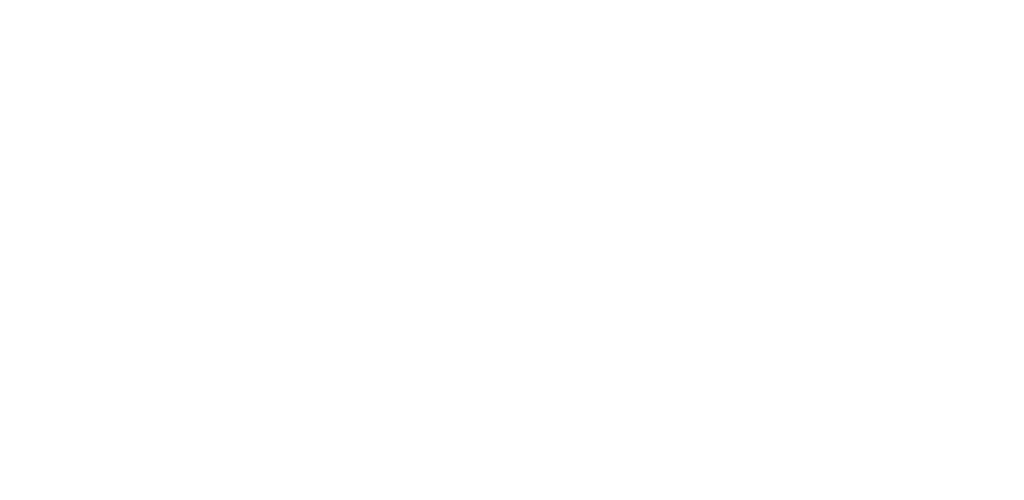
<source format=kicad_pcb>
(kicad_pcb (version 20240108) (generator "pcbnew") (generator_version "8.0")
  (title_block (date "2024-04-13") (rev "${REVISION}") (company "${COMPANY}"))
  (layers (0 "F.Cu" signal "L1 (Sig, PWR)") (1 "In1.Cu" power "L2 (GND)") (2 "In2.Cu" signal "L3 (Sig, PWR)") (31 "B.Cu" signal "L6 (Sig, PWR)") (34 "B.Paste" user) (35 "F.Paste" user) (36 "B.SilkS" user "B.Silkscreen") (37 "F.SilkS" user "F.Silkscreen") (38 "B.Mask" user) (39 "F.Mask" user) (44 "Edge.Cuts" user))
  (property "ASSEMBLY_NOTES" "ASSEMBLY NOTES")
  (property "BOARD_NAME" "Board Name")
  (property "COMPANY" "Company")
  (property "DESIGNER" "Author")
  (property "FABRICATION_NOTES" "FABRICATION NOTES")
  (property "GIT_HASH_PCB" "")
  (property "GIT_HASH_SCH" "")
  (property "GIT_URL" "")
  (property "PROJECT_NAME" "Project Name")
  (property "RELEASE_BODY_1.0.0" "")
  (property "RELEASE_BODY_1.0.1" "")
  (property "RELEASE_BODY_1.0.2" "")
  (property "RELEASE_BODY_1.1.0" "")
  (property "RELEASE_BODY_UNRELEASED" "")
  (property "RELEASE_DATE" "DD-MMM-YYYY")
  (property "RELEASE_DATE_NUM" "YYYY-MM-DD")
  (property "RELEASE_TITLE_1.0.0" "")
  (property "RELEASE_TITLE_1.0.1" "")
  (property "RELEASE_TITLE_1.0.2" "")
  (property "RELEASE_TITLE_1.1.0" "")
  (property "RELEASE_TITLE_UNRELEASED" "")
  (property "REVISION" "")
  (property "SHEET_NAME_1" "Cover Page")
  (property "SHEET_NAME_10" "......................................")
  (property "SHEET_NAME_11" "......................................")
  (property "SHEET_NAME_12" "......................................")
  (property "SHEET_NAME_13" "......................................")
  (property "SHEET_NAME_14" "......................................")
  (property "SHEET_NAME_15" "......................................")
  (property "SHEET_NAME_16" "......................................")
  (property "SHEET_NAME_17" "......................................")
  (property "SHEET_NAME_18" "......................................")
  (property "SHEET_NAME_19" "......................................")
  (property "SHEET_NAME_2" "Block Diagram")
  (property "SHEET_NAME_20" "......................................")
  (property "SHEET_NAME_21" "......................................")
  (property "SHEET_NAME_22" "......................................")
  (property "SHEET_NAME_23" "......................................")
  (property "SHEET_NAME_24" "......................................")
  (property "SHEET_NAME_25" "......................................")
  (property "SHEET_NAME_26" "......................................")
  (property "SHEET_NAME_27" "......................................")
  (property "SHEET_NAME_28" "......................................")
  (property "SHEET_NAME_29" "......................................")
  (property "SHEET_NAME_3" "Project Architecture")
  (property "SHEET_NAME_30" "......................................")
  (property "SHEET_NAME_31" "......................................")
  (property "SHEET_NAME_32" "......................................")
  (property "SHEET_NAME_33" "......................................")
  (property "SHEET_NAME_34" "......................................")
  (property "SHEET_NAME_35" "......................................")
  (property "SHEET_NAME_36" "......................................")
  (property "SHEET_NAME_37" "......................................")
  (property "SHEET_NAME_38" "......................................")
  (property "SHEET_NAME_39" "......................................")
  (property "SHEET_NAME_4" "Section A - Title A")
  (property "SHEET_NAME_40" "......................................")
  (property "SHEET_NAME_5" "Section B -Title B")
  (property "SHEET_NAME_6" "Power - Sequencing")
  (property "SHEET_NAME_7" "Revision History")
  (property "SHEET_NAME_8" "......................................")
  (property "SHEET_NAME_9" "......................................")
  (property "VARIANT" "")
  (net 0 "")
)
</source>
